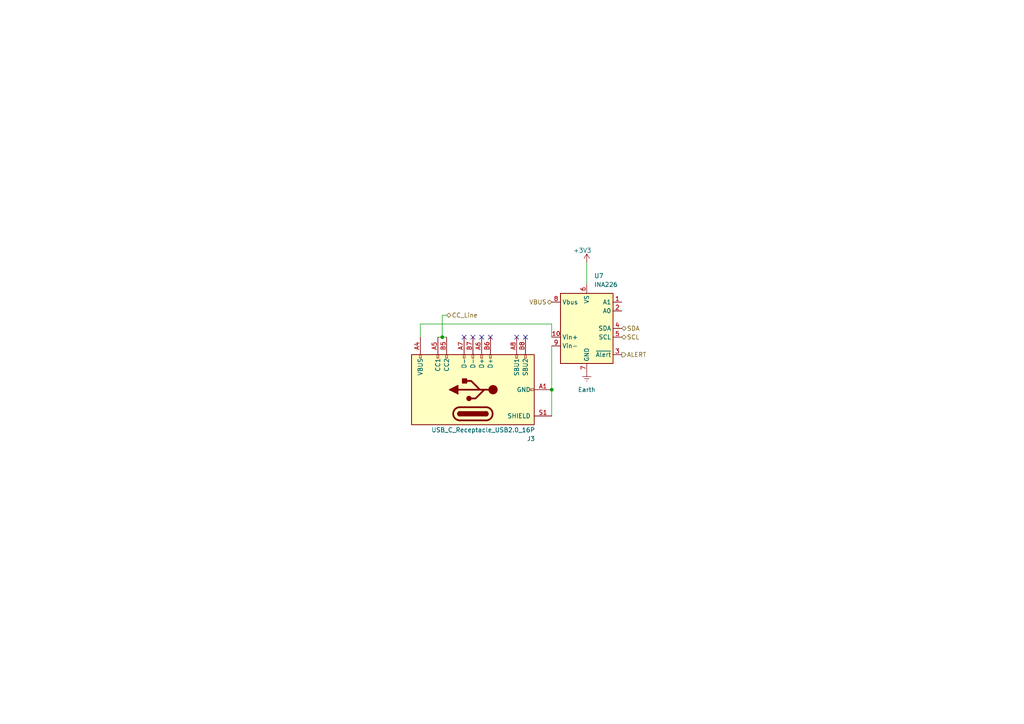
<source format=kicad_sch>
(kicad_sch (version 20250114) (generator "eeschema") (generator_version "9.0")
  (paper "A4")
  (lib_symbols
    (symbol "Connector:USB_C_Receptacle_USB2.0_16P" (pin_names (offset 1.016))
      (property "Reference" "J" (at 0 22.225 0))
      (property "Value" "USB_C_Receptacle_USB2.0_16P" (at 0 19.685 0))
      (symbol "USB_C_Receptacle_USB2.0_16P_0_0"
        (rectangle (start -0.254 -17.78) (end 0.254 -16.764))
        (rectangle (start 10.16 15.494) (end 9.144 14.986))
        (rectangle (start 10.16 10.414) (end 9.144 9.906))
        (rectangle (start 10.16 7.874) (end 9.144 7.366))
        (rectangle (start 10.16 2.794) (end 9.144 2.286))
        (rectangle (start 10.16 0.254) (end 9.144 -0.254))
        (rectangle (start 10.16 -2.286) (end 9.144 -2.794))
        (rectangle (start 10.16 -4.826) (end 9.144 -5.334))
        (rectangle (start 10.16 -12.446) (end 9.144 -12.954))
        (rectangle (start 10.16 -14.986) (end 9.144 -15.494))
      )
      (symbol "USB_C_Receptacle_USB2.0_16P_0_1"
        (rectangle (start -10.16 17.78) (end 10.16 -17.78) (stroke (width 0.254)) (fill (type background)))
        (polyline (pts (xy -8.89 -3.81) (xy -8.89 3.81)) (stroke (width 0.508)))
        (rectangle (start -7.62 -3.81) (end -6.35 3.81) (stroke (width 0.254)) (fill (type outline)))
        (arc (start -7.62 3.81) (mid -6.985 4.4423) (end -6.35 3.81) (stroke (width 0.254)))
        (arc (start -7.62 3.81) (mid -6.985 4.4423) (end -6.35 3.81) (stroke (width 0.254)) (fill (type outline)))
        (arc (start -8.89 3.81) (mid -6.985 5.7067) (end -5.08 3.81) (stroke (width 0.508)))
        (arc (start -5.08 -3.81) (mid -6.985 -5.7067) (end -8.89 -3.81) (stroke (width 0.508)))
        (arc (start -6.35 -3.81) (mid -6.985 -4.4423) (end -7.62 -3.81) (stroke (width 0.254)))
        (arc (start -6.35 -3.81) (mid -6.985 -4.4423) (end -7.62 -3.81) (stroke (width 0.254)) (fill (type outline)))
        (polyline (pts (xy -5.08 3.81) (xy -5.08 -3.81)) (stroke (width 0.508)))
        (circle (center -2.54 1.143) (radius 0.635) (stroke (width 0.254)) (fill (type outline)))
        (polyline (pts (xy -1.27 4.318) (xy 0 6.858) (xy 1.27 4.318) (xy -1.27 4.318)) (stroke (width 0.254)) (fill (type outline)))
        (polyline (pts (xy 0 -2.032) (xy 2.54 0.508) (xy 2.54 1.778)) (stroke (width 0.508)))
        (polyline (pts (xy 0 -3.302) (xy -2.54 -0.762) (xy -2.54 0.508)) (stroke (width 0.508)))
        (polyline (pts (xy 0 -5.842) (xy 0 4.318)) (stroke (width 0.508)))
        (circle (center 0 -5.842) (radius 1.27) (fill (type outline)))
        (rectangle (start 1.905 1.778) (end 3.175 3.048) (stroke (width 0.254)) (fill (type outline)))
      )
      (symbol "USB_C_Receptacle_USB2.0_16P_1_1"
        (pin passive line (at -7.62 -22.86 90) (length 5.08) (name "SHIELD") (number "S1"))
        (pin passive line (at 0 -22.86 90) (length 5.08) (name "GND") (number "A1"))
        (pin passive line (at 0 -22.86 90) (length 5.08) (hide yes) (name "GND") (number "A12"))
        (pin passive line (at 0 -22.86 90) (length 5.08) (hide yes) (name "GND") (number "B1"))
        (pin passive line (at 0 -22.86 90) (length 5.08) (hide yes) (name "GND") (number "B12"))
        (pin passive line (at 15.24 15.24 180) (length 5.08) (name "VBUS") (number "A4"))
        (pin passive line (at 15.24 15.24 180) (length 5.08) (hide yes) (name "VBUS") (number "A9"))
        (pin passive line (at 15.24 15.24 180) (length 5.08) (hide yes) (name "VBUS") (number "B4"))
        (pin passive line (at 15.24 15.24 180) (length 5.08) (hide yes) (name "VBUS") (number "B9"))
        (pin bidirectional line (at 15.24 10.16 180) (length 5.08) (name "CC1") (number "A5"))
        (pin bidirectional line (at 15.24 7.62 180) (length 5.08) (name "CC2") (number "B5"))
        (pin bidirectional line (at 15.24 2.54 180) (length 5.08) (name "D-") (number "A7"))
        (pin bidirectional line (at 15.24 0 180) (length 5.08) (name "D-") (number "B7"))
        (pin bidirectional line (at 15.24 -2.54 180) (length 5.08) (name "D+") (number "A6"))
        (pin bidirectional line (at 15.24 -5.08 180) (length 5.08) (name "D+") (number "B6"))
        (pin bidirectional line (at 15.24 -12.7 180) (length 5.08) (name "SBU1") (number "A8"))
        (pin bidirectional line (at 15.24 -15.24 180) (length 5.08) (name "SBU2") (number "B8"))
      )
    )
    (symbol "Sensor_Energy:INA226"
      (property "Reference" "U" (at -6.35 11.43 0))
      (property "Value" "INA226" (at 3.81 11.43 0))
      (symbol "INA226_0_1"
        (rectangle (start 7.62 10.16) (end -7.62 -10.16) (stroke (width 0.254)) (fill (type background)))
      )
      (symbol "INA226_1_1"
        (pin input line (at -10.16 7.62 0) (length 2.54) (name "Vbus") (number "8"))
        (pin input line (at -10.16 -2.54 0) (length 2.54) (name "Vin+") (number "10"))
        (pin input line (at -10.16 -5.08 0) (length 2.54) (name "Vin-") (number "9"))
        (pin power_in line (at 0 12.7 270) (length 2.54) (name "VS") (number "6"))
        (pin power_in line (at 0 -12.7 90) (length 2.54) (name "GND") (number "7"))
        (pin input line (at 10.16 7.62 180) (length 2.54) (name "A1") (number "1"))
        (pin input line (at 10.16 5.08 180) (length 2.54) (name "A0") (number "2"))
        (pin bidirectional line (at 10.16 0 180) (length 2.54) (name "SDA") (number "4"))
        (pin input line (at 10.16 -2.54 180) (length 2.54) (name "SCL") (number "5"))
        (pin open_collector line (at 10.16 -7.62 180) (length 2.54) (name "~{Alert}") (number "3"))
      )
    )
    (symbol "power:+3V3" (power) (pin_numbers (hide yes)) (pin_names (offset 0) (hide yes))
      (property "Value" "+3V3" (at 0 3.556 0))
      (symbol "+3V3_0_1"
        (polyline (pts (xy -0.762 1.27) (xy 0 2.54)))
        (polyline (pts (xy 0 2.54) (xy 0.762 1.27)))
        (polyline (pts (xy 0 0) (xy 0 2.54)))
      )
      (symbol "+3V3_1_1"
        (pin power_in line (at 0 0 90) (length 0) (name "~") (number "1"))
      )
    )
    (symbol "power:Earth" (power) (pin_numbers (hide yes)) (pin_names (offset 0) (hide yes))
      (property "Value" "Earth" (at 0 -3.81 0))
      (symbol "Earth_0_1"
        (polyline (pts (xy -0.635 -1.905) (xy 0.635 -1.905)))
        (polyline (pts (xy -0.127 -2.54) (xy 0.127 -2.54)))
        (polyline (pts (xy 0 -1.27) (xy 0 0)))
        (polyline (pts (xy 1.27 -1.27) (xy -1.27 -1.27)))
      )
      (symbol "Earth_1_1"
        (pin power_in line (at 0 0 270) (length 0) (name "~") (number "1"))
      )
    )
  )
  (junction (at 128.27 97.79))
  (junction (at 160.02 113.03))
  (no_connect (at 149.86 97.79))
  (no_connect (at 137.16 97.79))
  (no_connect (at 142.24 97.79))
  (no_connect (at 152.4 97.79))
  (no_connect (at 139.7 97.79))
  (no_connect (at 134.62 97.79))
  (wire (pts (xy 128.27 91.44) (xy 128.27 97.79)))
  (wire (pts (xy 128.27 97.79) (xy 129.54 97.79)))
  (wire (pts (xy 170.18 76.2) (xy 170.18 82.55)))
  (wire (pts (xy 121.92 93.98) (xy 121.92 97.79)))
  (wire (pts (xy 127 97.79) (xy 128.27 97.79)))
  (wire (pts (xy 160.02 97.79) (xy 160.02 93.98)))
  (wire (pts (xy 160.02 93.98) (xy 121.92 93.98)))
  (wire (pts (xy 160.02 113.03) (xy 160.02 120.65)))
  (wire (pts (xy 129.54 91.44) (xy 128.27 91.44)))
  (wire (pts (xy 160.02 100.33) (xy 160.02 113.03)))
  (hierarchical_label "VBUS" (shape bidirectional) (at 160.02 87.63 180))
  (hierarchical_label "SDA" (shape bidirectional) (at 180.34 95.25 0))
  (hierarchical_label "ALERT" (shape output) (at 180.34 102.87 0))
  (hierarchical_label "CC_Line" (shape bidirectional) (at 129.54 91.44 0))
  (hierarchical_label "SCL" (shape bidirectional) (at 180.34 97.79 0))
  (symbol (lib_id "Sensor_Energy:INA226") (at 170.18 95.25 0) (unit 1)
    (property "Reference" "U6" (at 172.3233 80.01 0) (effects (justify left)))
    (property "Value" "INA226" (at 172.3233 82.55 0) (effects (justify left)))
    (property "Footprint" "Package_SO:VSSOP-10_3x3mm_P0.5mm" (effects (hide yes)))
    (property "Datasheet" "http://www.ti.com/lit/ds/symlink/ina226.pdf" (effects (hide yes)))
    (property "Description" "High-Side or Low-Side Measurement, Bi-Directional Current and Power Monitor (0-36V) with I2C Compatible Interface, VSSOP-10" (effects (hide yes)))
    (instances (project "SlimeVR_Dock" (path "" (reference "U7") (unit 1)) (path "" (reference "U6") (unit 1)) (path "" (reference "U13") (unit 1)) (path "" (reference "U12") (unit 1)) (path "" (reference "U16") (unit 1)) (path "" (reference "U15") (unit 1)) (path "" (reference "U10") (unit 1)) (path "" (reference "U9") (unit 1))))
  )
  (symbol (lib_id "Connector:USB_C_Receptacle_USB2.0_16P") (at 137.16 113.03 90) (unit 1)
    (property "Reference" "J2" (at 155.194 127.254 90) (effects (justify left)))
    (property "Value" "USB_C_Receptacle_USB2.0_16P" (at 155.194 124.714 90) (effects (justify left)))
    (property "Datasheet" "https://www.usb.org/sites/default/files/documents/usb_type-c.zip" (effects (hide yes)))
    (property "Description" "USB 2.0-only 16P Type-C Receptacle connector" (effects (hide yes)))
    (instances (project "SlimeVR_Dock" (path "" (reference "J3") (unit 1)) (path "" (reference "J2") (unit 1)) (path "" (reference "J7") (unit 1)) (path "" (reference "J6") (unit 1)) (path "" (reference "J9") (unit 1)) (path "" (reference "J8") (unit 1)) (path "" (reference "J5") (unit 1)) (path "" (reference "J4") (unit 1))))
  )
  (symbol (lib_id "power:+3V3") (at 170.18 76.2 0) (unit 1)
    (property "Reference" "#PWR011" (effects (hide yes)))
    (property "Value" "+3V3" (at 168.91 72.644 0))
    (property "Description" "Power symbol creates a global label with name \"+3V3\"" (effects (hide yes)))
    (instances (project "SlimeVR_Dock" (path "" (reference "#PWR08") (unit 1)) (path "" (reference "#PWR011") (unit 1)) (path "" (reference "#PWR037") (unit 1)) (path "" (reference "#PWR035") (unit 1)) (path "" (reference "#PWR041") (unit 1)) (path "" (reference "#PWR039") (unit 1)) (path "" (reference "#PWR024") (unit 1)) (path "" (reference "#PWR022") (unit 1))))
  )
  (symbol (lib_id "power:Earth") (at 170.18 107.95 0) (unit 1)
    (property "Reference" "#PWR010" (effects (hide yes)))
    (property "Value" "Earth" (at 170.18 113.03 0))
    (property "Description" "Power symbol creates a global label with name \"Earth\"" (effects (hide yes)))
    (instances (project "SlimeVR_Dock" (path "" (reference "#PWR012") (unit 1)) (path "" (reference "#PWR010") (unit 1)) (path "" (reference "#PWR038") (unit 1)) (path "" (reference "#PWR036") (unit 1)) (path "" (reference "#PWR042") (unit 1)) (path "" (reference "#PWR040") (unit 1)) (path "" (reference "#PWR025") (unit 1)) (path "" (reference "#PWR023") (unit 1))))
  )
)
</source>
